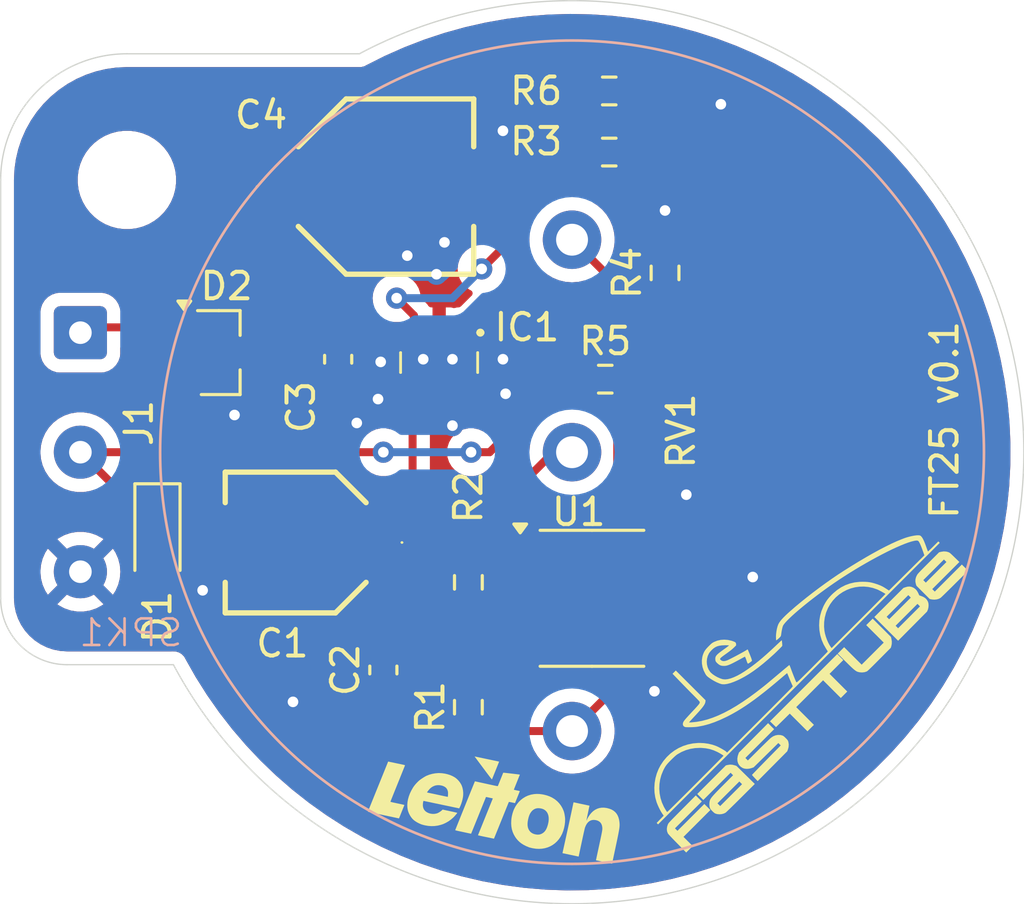
<source format=kicad_pcb>
(kicad_pcb
	(version 20240108)
	(generator "pcbnew")
	(generator_version "8.0")
	(general
		(thickness 1.6)
		(legacy_teardrops no)
	)
	(paper "A4")
	(layers
		(0 "F.Cu" signal)
		(31 "B.Cu" power)
		(32 "B.Adhes" user "B.Adhesive")
		(33 "F.Adhes" user "F.Adhesive")
		(34 "B.Paste" user)
		(35 "F.Paste" user)
		(36 "B.SilkS" user "B.Silkscreen")
		(37 "F.SilkS" user "F.Silkscreen")
		(38 "B.Mask" user)
		(39 "F.Mask" user)
		(40 "Dwgs.User" user "User.Drawings")
		(41 "Cmts.User" user "User.Comments")
		(42 "Eco1.User" user "User.Eco1")
		(43 "Eco2.User" user "User.Eco2")
		(44 "Edge.Cuts" user)
		(45 "Margin" user)
		(46 "B.CrtYd" user "B.Courtyard")
		(47 "F.CrtYd" user "F.Courtyard")
		(48 "B.Fab" user)
		(49 "F.Fab" user)
		(50 "User.1" user)
		(51 "User.2" user)
		(52 "User.3" user)
		(53 "User.4" user)
		(54 "User.5" user)
		(55 "User.6" user)
		(56 "User.7" user)
		(57 "User.8" user)
		(58 "User.9" user)
	)
	(setup
		(stackup
			(layer "F.SilkS"
				(type "Top Silk Screen")
			)
			(layer "F.Paste"
				(type "Top Solder Paste")
			)
			(layer "F.Mask"
				(type "Top Solder Mask")
				(thickness 0.01)
			)
			(layer "F.Cu"
				(type "copper")
				(thickness 0.035)
			)
			(layer "dielectric 1"
				(type "core")
				(thickness 1.51)
				(material "FR4")
				(epsilon_r 4.5)
				(loss_tangent 0.02)
			)
			(layer "B.Cu"
				(type "copper")
				(thickness 0.035)
			)
			(layer "B.Mask"
				(type "Bottom Solder Mask")
				(thickness 0.01)
			)
			(layer "B.Paste"
				(type "Bottom Solder Paste")
			)
			(layer "B.SilkS"
				(type "Bottom Silk Screen")
			)
			(copper_finish "None")
			(dielectric_constraints no)
		)
		(pad_to_mask_clearance 0)
		(allow_soldermask_bridges_in_footprints no)
		(pcbplotparams
			(layerselection 0x00010fc_ffffffff)
			(plot_on_all_layers_selection 0x0000000_00000000)
			(disableapertmacros no)
			(usegerberextensions no)
			(usegerberattributes yes)
			(usegerberadvancedattributes yes)
			(creategerberjobfile yes)
			(dashed_line_dash_ratio 12.000000)
			(dashed_line_gap_ratio 3.000000)
			(svgprecision 4)
			(plotframeref no)
			(viasonmask no)
			(mode 1)
			(useauxorigin no)
			(hpglpennumber 1)
			(hpglpenspeed 20)
			(hpglpendiameter 15.000000)
			(pdf_front_fp_property_popups yes)
			(pdf_back_fp_property_popups yes)
			(dxfpolygonmode yes)
			(dxfimperialunits yes)
			(dxfusepcbnewfont yes)
			(psnegative no)
			(psa4output no)
			(plotreference yes)
			(plotvalue yes)
			(plotfptext yes)
			(plotinvisibletext no)
			(sketchpadsonfab no)
			(subtractmaskfromsilk no)
			(outputformat 1)
			(mirror no)
			(drillshape 1)
			(scaleselection 1)
			(outputdirectory "")
		)
	)
	(net 0 "")
	(net 1 "Net-(C1-+)")
	(net 2 "GND")
	(net 3 "Net-(U1-FEED)")
	(net 4 "Net-(SPK1-M)")
	(net 5 "+24V")
	(net 6 "Net-(U1-HRNEN)")
	(net 7 "Net-(D2-A)")
	(net 8 "Net-(IC1-EN{slash}ADJ)")
	(net 9 "SIG")
	(net 10 "Net-(SPK1-G)")
	(net 11 "Net-(SPK1-F)")
	(net 12 "Net-(R3-Pad2)")
	(net 13 "unconnected-(U1-NC-Pad1)")
	(net 14 "unconnected-(U1-NC-Pad3)")
	(footprint "Connector_Wire:SolderWire-0.25sqmm_1x03_P4.5mm_D0.65mm_OD2mm" (layer "F.Cu") (at 131.5 95.5 -90))
	(footprint "soundbox:EEE0GA101SR" (layer "F.Cu") (at 139.6 103.4 180))
	(footprint "Capacitor_SMD:C_0603_1608Metric_Pad1.08x0.95mm_HandSolder" (layer "F.Cu") (at 141.2 96.5 -90))
	(footprint "LOGO" (layer "F.Cu") (at 157.785054 107.960449 45))
	(footprint "Resistor_SMD:R_0603_1608Metric_Pad0.98x0.95mm_HandSolder" (layer "F.Cu") (at 146.1 109.6 90))
	(footprint "soundbox:06TR4FA104DPR" (layer "F.Cu") (at 159 95.5))
	(footprint "Resistor_SMD:R_0603_1608Metric_Pad0.98x0.95mm_HandSolder" (layer "F.Cu") (at 153.5 93.25 90))
	(footprint "soundbox:EEE1AA101SP" (layer "F.Cu") (at 143 90))
	(footprint "soundbox:PG-SCT595-5" (layer "F.Cu") (at 145 96.5 180))
	(footprint "Resistor_SMD:R_0603_1608Metric_Pad0.98x0.95mm_HandSolder" (layer "F.Cu") (at 146.1 104.9 -90))
	(footprint "Resistor_SMD:R_0603_1608Metric_Pad0.98x0.95mm_HandSolder" (layer "F.Cu") (at 151.4 88.7))
	(footprint "MountingHole:MountingHole_3.2mm_M3_DIN965" (layer "F.Cu") (at 133.25 89.75))
	(footprint "Package_TO_SOT_SMD:SOT-23_Handsoldering" (layer "F.Cu") (at 136.75 96.25))
	(footprint "soundbox:LeitOn_small_wo_sq" (layer "F.Cu") (at 147.2 113.1 -12))
	(footprint "Package_SO:SOIC-8_3.9x4.9mm_P1.27mm" (layer "F.Cu") (at 150.75 105.5))
	(footprint "Resistor_SMD:R_0603_1608Metric_Pad0.98x0.95mm_HandSolder" (layer "F.Cu") (at 151.25 97.25))
	(footprint "Capacitor_SMD:C_0603_1608Metric_Pad1.08x0.95mm_HandSolder" (layer "F.Cu") (at 142.9 108.2 90))
	(footprint "Diode_SMD:D_SOD-323_HandSoldering" (layer "F.Cu") (at 134.4 103.2 -90))
	(footprint "Resistor_SMD:R_0603_1608Metric_Pad0.98x0.95mm_HandSolder" (layer "F.Cu") (at 151.4 86.4))
	(footprint "soundbox:CPT-3016-105T" (layer "B.Cu") (at 150 100 180))
	(gr_arc
		(start 128.5 89.75)
		(mid 129.891243 86.391243)
		(end 133.25 85)
		(stroke
			(width 0.05)
			(type default)
		)
		(layer "Edge.Cuts")
		(uuid "0c9499f7-3257-4d1a-ab45-d3dea9659961")
	)
	(gr_line
		(start 133.25 85)
		(end 142 85)
		(stroke
			(width 0.05)
			(type default)
		)
		(layer "Edge.Cuts")
		(uuid "145b8ce2-1cdf-402f-8341-2813b341aab6")
	)
	(gr_line
		(start 128.5 89.75)
		(end 128.5 105.5)
		(stroke
			(width 0.05)
			(type default)
		)
		(layer "Edge.Cuts")
		(uuid "5702bfe5-fa35-42f9-b66d-dc1faf38af9f")
	)
	(gr_line
		(start 131 108)
		(end 135 108)
		(stroke
			(width 0.05)
			(type default)
		)
		(layer "Edge.Cuts")
		(uuid "7ce022d5-3481-46fd-850f-fa99ac5c91eb")
	)
	(gr_arc
		(start 142 85)
		(mid 166.263456 104.949746)
		(end 135.000001 108.000003)
		(stroke
			(width 0.05)
			(type default)
		)
		(layer "Edge.Cuts")
		(uuid "8a2c619c-8626-4af2-8c59-1422d0ba61b9")
	)
	(gr_arc
		(start 131 108)
		(mid 129.232233 107.267767)
		(end 128.5 105.5)
		(stroke
			(width 0.05)
			(type default)
		)
		(layer "Edge.Cuts")
		(uuid "e1634623-b024-4caa-9d4d-69a765686d49")
	)
	(gr_rect
		(start 128.5 83)
		(end 167 117)
		(stroke
			(width 0.01)
			(type default)
		)
		(fill none)
		(layer "User.1")
		(uuid "39b0a146-c4d4-4256-ae48-acf0ec4d99bd")
	)
	(gr_text "FT25 v0.1"
		(at 164.6 102.6 90)
		(layer "F.SilkS")
		(uuid "0568cae2-bee3-4247-bec4-4aec8861298f")
		(effects
			(font
				(size 1 1)
				(thickness 0.15)
			)
			(justify left bottom)
		)
	)
	(segment
		(start 144 101.15)
		(end 144 97.75)
		(width 0.3)
		(layer "F.Cu")
		(net 1)
		(uuid "15c5144c-563b-4b87-9892-e237392431c7")
	)
	(segment
		(start 144.6 104.1)
		(end 144.6 101.75)
		(width 0.3)
		(layer "F.Cu")
		(net 1)
		(uuid "1a80ae13-4a15-4032-93ee-33ef1b3c5354")
	)
	(segment
		(start 143.775 101.375)
		(end 143.825 101.325)
		(width 0.3)
		(layer "F.Cu")
		(net 1)
		(uuid "344b38fb-bb30-4b39-a9aa-767baf938932")
	)
	(segment
		(start 143.775 101.375)
		(end 144 101.15)
		(width 0.3)
		(layer "F.Cu")
		(net 1)
		(uuid "3af5f041-c8a2-43ed-8af4-421975d2f8d5")
	)
	(segment
		(start 145.365 104.865)
		(end 144.6 104.1)
		(width 0.3)
		(layer "F.Cu")
		(net 1)
		(uuid "a471af70-346f-4311-86d8-28ad5a90a449")
	)
	(segment
		(start 144 97.75)
		(end 144.05 97.7)
		(width 0.3)
		(layer "F.Cu")
		(net 1)
		(uuid "b57598a9-8b18-4e03-89c1-05fa95734452")
	)
	(segment
		(start 141.75 103.4)
		(end 143.775 101.375)
		(width 0.3)
		(layer "F.Cu")
		(net 1)
		(uuid "b9a2d46c-d18c-4e8a-8f5a-70cca586e7ac")
	)
	(segment
		(start 148.275 104.865)
		(end 145.365 104.865)
		(width 0.3)
		(layer "F.Cu")
		(net 1)
		(uuid "bf47607a-6c55-41ef-8986-734ffc4b7598")
	)
	(segment
		(start 144.175 101.325)
		(end 144 101.15)
		(width 0.3)
		(layer "F.Cu")
		(net 1)
		(uuid "c218f462-46ea-4d78-9d92-fddaf342c491")
	)
	(segment
		(start 144.6 101.75)
		(end 144.175 101.325)
		(width 0.3)
		(layer "F.Cu")
		(net 1)
		(uuid "c4524e98-d66b-416e-ad12-f8b4c7086e3d")
	)
	(segment
		(start 143.825 101.325)
		(end 144.175 101.325)
		(width 0.3)
		(layer "F.Cu")
		(net 1)
		(uuid "ea7bf8c4-e6e9-4921-a552-c920a3ff676f")
	)
	(via
		(at 155.6 86.9)
		(size 0.8)
		(drill 0.4)
		(layers "F.Cu" "B.Cu")
		(free yes)
		(net 2)
		(uuid "06a1a750-8536-4cf8-9192-35bc867304a9")
	)
	(via
		(at 141.9 98.9)
		(size 0.8)
		(drill 0.4)
		(layers "F.Cu" "B.Cu")
		(free yes)
		(net 2)
		(uuid "1634c358-6587-4d9e-a4c2-90a5ab1faafd")
	)
	(via
		(at 147.5 97.8)
		(size 0.8)
		(drill 0.4)
		(layers "F.Cu" "B.Cu")
		(free yes)
		(net 2)
		(uuid "1a418d52-d221-44b1-ad1d-91e97992ecb3")
	)
	(via
		(at 142.7 98)
		(size 0.8)
		(drill 0.4)
		(layers "F.Cu" "B.Cu")
		(free yes)
		(net 2)
		(uuid "25345f8f-538d-46a3-b8d8-5a868b8a4bca")
	)
	(via
		(at 143.8 92.6)
		(size 0.8)
		(drill 0.4)
		(layers "F.Cu" "B.Cu")
		(free yes)
		(net 2)
		(uuid "384c8bfa-3338-4421-b506-b5dcc7f603cf")
	)
	(via
		(at 153.5 90.9)
		(size 0.8)
		(drill 0.4)
		(layers "F.Cu" "B.Cu")
		(free yes)
		(net 2)
		(uuid "59e64dbd-0451-436f-844e-4c0d273598ba")
	)
	(via
		(at 145.5 96.5)
		(size 0.8)
		(drill 0.4)
		(layers "F.Cu" "B.Cu")
		(free yes)
		(net 2)
		(uuid "6a66460c-c4ed-4cbb-ad75-8721cfb01e79")
	)
	(via
		(at 153.1 109)
		(size 0.8)
		(drill 0.4)
		(layers "F.Cu" "B.Cu")
		(free yes)
		(net 2)
		(uuid "7fa75b93-3a54-4ab9-823b-8664220d8fc0")
	)
	(via
		(at 136.1 105.2)
		(size 0.8)
		(drill 0.4)
		(layers "F.Cu" "B.Cu")
		(free yes)
		(net 2)
		(uuid "83ee66e4-35b7-421f-bd51-e9232ebc2f9c")
	)
	(via
		(at 147.4 87.9)
		(size 0.8)
		(drill 0.4)
		(layers "F.Cu" "B.Cu")
		(free yes)
		(net 2)
		(uuid "87ee8f62-5586-4ec4-bf64-4d8e7f4f3c00")
	)
	(via
		(at 142.8 96.6)
		(size 0.8)
		(drill 0.4)
		(layers "F.Cu" "B.Cu")
		(free yes)
		(net 2)
		(uuid "88f446c1-03c1-4aaf-8c6d-a532e3fea711")
	)
	(via
		(at 145.2 92.1)
		(size 0.8)
		(drill 0.4)
		(layers "F.Cu" "B.Cu")
		(free yes)
		(net 2)
		(uuid "96ccf5b1-b85a-42c6-89d1-03c3653c0e78")
	)
	(via
		(at 144.9 93.3)
		(size 0.8)
		(drill 0.4)
		(layers "F.Cu" "B.Cu")
		(free yes)
		(net 2)
		(uuid "b57f5c0c-c97f-4e02-83ff-2ef698d42b64")
	)
	(via
		(at 145.5 99)
		(size 0.8)
		(drill 0.4)
		(layers "F.Cu" "B.Cu")
		(free yes)
		(net 2)
		(uuid "b5ab2b73-4634-4e0e-855d-42a626e2a677")
	)
	(via
		(at 154.3 101.6)
		(size 0.8)
		(drill 0.4)
		(layers "F.Cu" "B.Cu")
		(free yes)
		(net 2)
		(uuid "b76a2fc2-0f04-4ac7-8040-3c68efea3aaa")
	)
	(via
		(at 147.4 96.5)
		(size 0.8)
		(drill 0.4)
		(layers "F.Cu" "B.Cu")
		(free yes)
		(net 2)
		(uuid "d6efebd2-3405-41b1-bc0d-84897ffc75fb")
	)
	(via
		(at 156.8 104.7)
		(size 0.8)
		(drill 0.4)
		(layers "F.Cu" "B.Cu")
		(free yes)
		(net 2)
		(uuid "db890ffb-38c3-4b56-bb01-106cd42901c5")
	)
	(via
		(at 144.4 96.5)
		(size 0.8)
		(drill 0.4)
		(layers "F.Cu" "B.Cu")
		(free yes)
		(net 2)
		(uuid "dcf1182a-9346-40f1-9a54-d1175b80aebf")
	)
	(via
		(at 139.5 109.4)
		(size 0.8)
		(drill 0.4)
		(layers "F.Cu" "B.Cu")
		(free yes)
		(net 2)
		(uuid "dee0939a-5e0d-4315-a470-5bde3c7fcd15")
	)
	(via
		(at 137.3 98.6)
		(size 0.8)
		(drill 0.4)
		(layers "F.Cu" "B.Cu")
		(free yes)
		(net 2)
		(uuid "ecf13844-64d3-4d09-826f-01f2a3714814")
	)
	(segment
		(start 148.275 107.405)
		(end 146.105 107.405)
		(width 0.3)
		(layer "F.Cu")
		(net 3)
		(uuid "4d85323a-08d1-468c-bfd3-e496a2731d71")
	)
	(segment
		(start 146.1 107.4)
		(end 146.1 105.8125)
		(width 0.3)
		(layer "F.Cu")
		(net 3)
		(uuid "5c0b8596-5503-4d34-b55d-432a6a55b318")
	)
	(segment
		(start 146.105 107.405)
		(end 146.1 107.4)
		(width 0.3)
		(layer "F.Cu")
		(net 3)
		(uuid "5dd55fdd-6d11-4b51-a953-3fa965ab3532")
	)
	(segment
		(start 142.9 107.3375)
		(end 144.25 108.6875)
		(width 0.3)
		(layer "F.Cu")
		(net 3)
		(uuid "809582d5-cb13-4f9f-8fae-3838a63656e2")
	)
	(segment
		(start 144.25 108.6875)
		(end 146.1 108.6875)
		(width 0.3)
		(layer "F.Cu")
		(net 3)
		(uuid "c431d874-8573-4efa-9021-024d20a72e9e")
	)
	(segment
		(start 146.1 108.6875)
		(end 146.1 107.4)
		(width 0.3)
		(layer "F.Cu")
		(net 3)
		(uuid "f412a4c1-f106-41a2-a9c6-a0084babeb82")
	)
	(segment
		(start 148.2 109.6)
		(end 150.3 107.5)
		(width 0.3)
		(layer "F.Cu")
		(net 4)
		(uuid "09090e3d-2f29-4507-9429-c54334b8180b")
	)
	(segment
		(start 151.25 98.55)
		(end 151.7 99)
		(width 0.3)
		(layer "F.Cu")
		(net 4)
		(uuid "30c7c0a9-de98-46ee-ad56-98519c7cfb85")
	)
	(segment
		(start 150.3 107.5)
		(end 150.3 106.3)
		(width 0.3)
		(layer "F.Cu")
		(net 4)
		(uuid "34d22c14-3b91-47dd-9037-04ff02b781cf")
	)
	(segment
		(start 152 104.865)
		(end 151.735 104.865)
		(width 0.3)
		(layer "F.Cu")
		(net 4)
		(uuid "36da2dfc-84c8-4d31-a70b-2f8f40fe67e3")
	)
	(segment
		(start 151.7 104.6)
		(end 151.7 104.83)
		(width 0.3)
		(layer "F.Cu")
		(net 4)
		(uuid "3ae480d1-8672-4f2c-a851-94f59965e078")
	)
	(segment
		(start 151.7 99)
		(end 151.7 104.6)
		(width 0.3)
		(layer "F.Cu")
		(net 4)
		(uuid "45402f4d-99c3-4ba9-bd66-4a1ea8da26b0")
	)
	(segment
		(start 151.735 104.6)
		(end 152 104.865)
		(width 0.3)
		(layer "F.Cu")
		(net 4)
		(uuid "5da0f8fb-e2f9-41b0-9801-f13702b13393")
	)
	(segment
		(start 151.7 104.83)
		(end 151.735 104.865)
		(width 0.3)
		(layer "F.Cu")
		(net 4)
		(uuid "78b78ccc-63d2-4be6-8684-dc2b419e2d99")
	)
	(segment
		(start 151.25 93.25)
		(end 151.25 98.55)
		(width 0.3)
		(layer "F.Cu")
		(net 4)
		(uuid "7bc63da9-9e54-4147-a93d-721567276b1d")
	)
	(segment
		(start 143.4375 109.6)
		(end 148.2 109.6)
		(width 0.3)
		(layer "F.Cu")
		(net 4)
		(uuid "c2b5b2b3-27c6-43a2-b502-9ae649b08a1d")
	)
	(segment
		(start 151.735 104.865)
		(end 150.3 106.3)
		(width 0.3)
		(layer "F.Cu")
		(net 4)
		(uuid "cf7f2034-b1e3-46d7-85ba-64c853f641b5")
	)
	(segment
		(start 150 92)
		(end 151.25 93.25)
		(width 0.3)
		(layer "F.Cu")
		(net 4)
		(uuid "d0f86c55-1497-473f-92ab-0926b530691e")
	)
	(segment
		(start 153.06 104.7)
		(end 153.225 104.865)
		(width 0.3)
		(layer "F.Cu")
		(net 4)
		(uuid "de487b46-dff6-4637-b730-51caf9eeca2e")
	)
	(segment
		(start 151.7 104.6)
		(end 151.735 104.6)
		(width 0.3)
		(layer "F.Cu")
		(net 4)
		(uuid "e604e90e-3383-4c49-a31e-adad540853ba")
	)
	(segment
		(start 142.9 109.0625)
		(end 143.4375 109.6)
		(width 0.3)
		(layer "F.Cu")
		(net 4)
		(uuid "e7b372ad-6d44-40f3-b292-ca0030a4c4bb")
	)
	(segment
		(start 153.225 104.865)
		(end 152 104.865)
		(width 0.3)
		(layer "F.Cu")
		(net 4)
		(uuid "fb5f5bb4-df8e-49f9-aeab-c72ab1a7e5d2")
	)
	(segment
		(start 141.2 95.6375)
		(end 141.2 90.7)
		(width 0.3)
		(layer "F.Cu")
		(net 5)
		(uuid "054909e3-392b-4d3d-88ec-2922324e7a7e")
	)
	(segment
		(start 147.7 92)
		(end 147.7 91)
		(width 0.3)
		(layer "F.Cu")
		(net 5)
		(uuid "1714de18-f19e-4a1d-9fcb-abbc4390ca85")
	)
	(segment
		(start 143.4 94.2)
		(end 144.05 94.85)
		(width 0.3)
		(layer "F.Cu")
		(net 5)
		(uuid "1dab445f-7c67-472b-bea0-a057a8fe6814")
	)
	(segment
		(start 141.5875 95.25)
		(end 144 95.25)
		(width 0.3)
		(layer "F.Cu")
		(net 5)
		(uuid "3cdd5ae0-fe74-40b7-91eb-253b46d6524f")
	)
	(segment
		(start 138.25 96.25)
		(end 139.5 96.25)
		(width 0.3)
		(layer "F.Cu")
		(net 5)
		(uuid "4441b124-5698-47f2-8d50-494066e51d56")
	)
	(segment
		(start 140.1125 95.6375)
		(end 141.2 95.6375)
		(width 0.3)
		(layer "F.Cu")
		(net 5)
		(uuid "8b82cbf6-a61f-4b56-bb7e-98c50b4ea897")
	)
	(segment
		(start 150 88.7)
		(end 150.4875 88.7)
		(width 0.3)
		(layer "F.Cu")
		(net 5)
		(uuid "91449544-3d85-43bf-892d-142f30243a74")
	)
	(segment
		(start 146.6 93.1)
		(end 147.7 92)
		(width 0.3)
		(layer "F.Cu")
		(net 5)
		(uuid "a21a02bd-2759-401c-b257-6fddf78b91b4")
	)
	(segment
		(start 141.2 90.7)
		(end 140.5 90)
		(width 0.3)
		(layer "F.Cu")
		(net 5)
		(uuid "ab3fc132-876d-40fd-8a37-516f998d4401")
	)
	(segment
		(start 144.05 94.85)
		(end 144.05 95.3)
		(width 0.3)
		(layer "F.Cu")
		(net 5)
		(uuid "adf1574a-72d4-442f-b8a1-48199444bd90")
	)
	(segment
		(start 147.7 91)
		(end 150 88.7)
		(width 0.3)
		(layer "F.Cu")
		(net 5)
		(uuid "b0d0a533-03d1-4d10-9c9d-275a057f1864")
	)
	(segment
		(start 139.5 96.25)
		(end 140.1125 95.6375)
		(width 0.3)
		(layer "F.Cu")
		(net 5)
		(uuid "b40aa696-d52a-4b37-a289-b30fb8eedf24")
	)
	(segment
		(start 141.2 95.6375)
		(end 141.5875 95.25)
		(width 0.3)
		(layer "F.Cu")
		(net 5)
		(uuid "c70a6765-40cc-46c1-a2d9-b3050acd3216")
	)
	(segment
		(start 150.4875 86.4)
		(end 150.4875 88.7)
		(width 0.3)
		(layer "F.Cu")
		(net 5)
		(uuid "e74d25ae-28d4-40ff-aaa6-db74846f4d2c")
	)
	(via
		(at 146.6 93.1)
		(size 0.8)
		(drill 0.4)
		(layers "F.Cu" "B.Cu")
		(net 5)
		(uuid "1f66e272-7d73-47e7-85fd-2cea844f1376")
	)
	(via
		(at 143.4 94.2)
		(size 0.8)
		(drill 0.4)
		(layers "F.Cu" "B.Cu")
		(net 5)
		(uuid "8331b1ec-10d8-49af-bc63-06d3c2054628")
	)
	(segment
		(start 143.4 94.2)
		(end 145.5 94.2)
		(width 0.3)
		(layer "B.Cu")
		(net 5)
		(uuid "86e56fd6-02b5-4dbf-9477-8f508caac46e")
	)
	(segment
		(start 145.5 94.2)
		(end 146.6 93.1)
		(width 0.3)
		(layer "B.Cu")
		(net 5)
		(uuid "d03544bb-5e1e-42e4-89c6-39b622a494c2")
	)
	(segment
		(start 152.5 97.5875)
		(end 152.5 101.75)
		(width 0.3)
		(layer "F.Cu")
		(net 6)
		(uuid "074a2975-fd68-4c40-8155-f0e5b9abf23d")
	)
	(segment
		(start 152.1625 97.25)
		(end 152.5 97.5875)
		(width 0.3)
		(layer "F.Cu")
		(net 6)
		(uuid "21ff4d6b-8fcc-4b1c-820c-c5cadcb9bf55")
	)
	(segment
		(start 152.5 101.75)
		(end 153.25 102.5)
		(width 0.3)
		(layer "F.Cu")
		(net 6)
		(uuid "2fba2c5a-2a97-4175-bfeb-038d973dde82")
	)
	(segment
		(start 153.25 103.57)
		(end 153.225 103.595)
		(width 0.3)
		(layer "F.Cu")
		(net 6)
		(uuid "418fabef-99d7-47c9-abc2-f7723d16f244")
	)
	(segment
		(start 152.1625 97.25)
		(end 152.25 97.25)
		(width 0.3)
		(layer "F.Cu")
		(net 6)
		(uuid "52311879-8ed6-466b-bba9-44d036750aed")
	)
	(segment
		(start 153.25 102.5)
		(end 153.25 103.57)
		(width 0.3)
		(layer "F.Cu")
		(net 6)
		(uuid "cdcf619f-a978-4667-ae1c-20f141c6c1ed")
	)
	(segment
		(start 153.5 96)
		(end 153.5 94.1625)
		(width 0.3)
		(layer "F.Cu")
		(net 6)
		(uuid "ef8cfd81-6cb9-4d71-b3bf-0610e509a439")
	)
	(segment
		(start 152.25 97.25)
		(end 153.5 96)
		(width 0.3)
		(layer "F.Cu")
		(net 6)
		(uuid "fa2f396c-09cf-4795-881a-85a4b4ae0039")
	)
	(segment
		(start 135.25 95.3)
		(end 131.7 95.3)
		(width 0.3)
		(layer "F.Cu")
		(net 7)
		(uuid "a91db6b1-c4d0-4082-8243-54f9f4debef9")
	)
	(segment
		(start 131.7 95.3)
		(end 131.5 95.5)
		(width 0.3)
		(layer "F.Cu")
		(net 7)
		(uuid "b4303bdb-fbe9-4f59-8912-f6fe0909e13f")
	)
	(segment
		(start 159 91.225)
		(end 157.525 89.75)
		(width 0.3)
		(layer "F.Cu")
		(net 8)
		(uuid "10e80ff1-24c9-4e99-a6ae-40c6b4da76d7")
	)
	(segment
		(start 149.75 89.75)
		(end 148.25 91.25)
		(width 0.3)
		(layer "F.Cu")
		(net 8)
		(uuid "7c187c0d-5463-49e4-b302-7e6b907a001c")
	)
	(segment
		(start 148.25 93)
		(end 145.95 95.3)
		(width 0.3)
		(layer "F.Cu")
		(net 8)
		(uuid "8bb138d7-1901-4f2f-9ff7-18ec756edcd7")
	)
	(segment
		(start 157.525 89.75)
		(end 149.75 89.75)
		(width 0.3)
		(layer "F.Cu")
		(net 8)
		(uuid "8caf3322-20bd-4792-87d4-2ac4b6e61f44")
	)
	(segment
		(start 148.25 91.25)
		(end 148.25 93)
		(width 0.3)
		(layer "F.Cu")
		(net 8)
		(uuid "fd5ccc6b-1f50-4929-b1e8-f7fa3b79e0ff")
	)
	(segment
		(start 134.4 101.95)
		(end 133.45 101.95)
		(width 0.3)
		(layer "F.Cu")
		(net 9)
		(uuid "0fe563d9-a79f-498c-bb52-76c56e7dcda7")
	)
	(segment
		(start 133.45 101.95)
		(end 131.5 100)
		(width 0.3)
		(layer "F.Cu")
		(net 9)
		(uuid "17b2d4b1-992b-4b43-9684-383b57817b18")
	)
	(segment
		(start 149.65 97.25)
		(end 150.3375 97.25)
		(width 0.3)
		(layer "F.Cu")
		(net 9)
		(uuid "49712491-cc98-417d-9fd7-6bea8419dd0f")
	)
	(segment
		(start 146.2 100)
		(end 146.9 100)
		(width 0.3)
		(layer "F.Cu")
		(net 9)
		(uuid "527f361a-886e-4d3e-b2f8-d2e7b77728ba")
	)
	(segment
		(start 134.4 100)
		(end 142.9 100)
		(width 0.3)
		(layer "F.Cu")
		(net 9)
		(uuid "5a32045e-2743-4220-b6c9-8e815d55651b")
	)
	(segment
		(start 131.5 100)
		(end 134.4 100)
		(width 0.3)
		(layer "F.Cu")
		(net 9)
		(uuid "72cbdf54-c0e4-4740-a118-61cf36656b59")
	)
	(segment
		(start 134.4 101.95)
		(end 134.4 100)
		(width 0.3)
		(layer "F.Cu")
		(net 9)
		(uuid "e650d11d-7494-414b-b1e1-ba5442f115dd")
	)
	(segment
		(start 146.9 100)
		(end 149.65 97.25)
		(width 0.3)
		(layer "F.Cu")
		(net 9)
		(uuid "eab867c7-f470-4870-8085-66ac175dac89")
	)
	(via
		(at 146.2 100)
		(size 0.8)
		(drill 0.4)
		(layers "F.Cu" "B.Cu")
		(net 9)
		(uuid "3e77b714-44f3-4163-8c08-87f52830b850")
	)
	(via
		(at 142.9 100)
		(size 0.8)
		(drill 0.4)
		(layers "F.Cu" "B.Cu")
		(net 9)
		(uuid "5281ce56-3ddb-4cc6-af00-7d45d7765312")
	)
	(segment
		(start 142.9 100)
		(end 146.2 100)
		(width 0.3)
		(layer "B.Cu")
		(net 9)
		(uuid "d33ff8ee-ccd0-49b6-9491-0fc43cad637c")
	)
	(segment
		(start 146.1 110.5125)
		(end 146.1125 110.5)
		(width 0.3)
		(layer "F.Cu")
		(net 10)
		(uuid "0985b6fd-d180-4fc5-bce9-3d6204322516")
	)
	(segment
		(start 150 110.5)
		(end 151.3 109.2)
		(width 0.3)
		(layer "F.Cu")
		(net 10)
		(uuid "29833cd4-ae84-47c3-a086-4dfcd0ca3a64")
	)
	(segment
		(start 146.1125 110.5)
		(end 150 110.5)
		(width 0.3)
		(layer "F.Cu")
		(net 10)
		(uuid "924cc875-b40f-4c52-9192-86ac241c9175")
	)
	(segment
		(start 151.965 106.135)
		(end 153.225 106.135)
		(width 0.3)
		(layer "F.Cu")
		(net 10)
		(uuid "d32f4e74-f404-477c-91c6-11336f273e81")
	)
	(segment
		(start 151.3 109.2)
		(end 151.3 106.8)
		(width 0.3)
		(layer "F.Cu")
		(net 10)
		(uuid "e4c7c31e-d0bc-4d47-b7ae-acbdc347fd7a")
	)
	(segment
		(start 151.3 106.8)
		(end 151.965 106.135)
		(width 0.3)
		(layer "F.Cu")
		(net 10)
		(uuid "e78a7e10-98f9-4831-bed7-9f8aafb304a1")
	)
	(segment
		(start 146.1 103.2)
		(end 149.3 100)
		(width 0.3)
		(layer "F.Cu")
		(net 11)
		(uuid "3d79fbfe-060e-4a2f-b6c7-315adffdce03")
	)
	(segment
		(start 149.3 100)
		(end 150 100)
		(width 0.3)
		(layer "F.Cu")
		(net 11)
		(uuid "980e4570-315c-43cf-bb18-51c17d13a9fc")
	)
	(segment
		(start 146.1 103.9875)
		(end 146.1 103.2)
		(width 0.3)
		(layer "F.Cu")
		(net 11)
		(uuid "c6c913eb-38cc-4add-a1e5-ec5c4b90d394")
	)
	(segment
		(start 161.15 100.425)
		(end 161.15 89.95)
		(width 0.3)
		(layer "F.Cu")
		(net 12)
		(uuid "26979417-b786-4be8-984f-7d0738cdff24")
	)
	(segment
		(start 161.15 89.95)
		(end 159.9 88.7)
		(width 0.3)
		(layer "F.Cu")
		(net 12)
		(uuid "7718b055-c971-4cec-ab44-672e9f6976fc")
	)
	(segment
		(start 159.9 88.7)
		(end 152.3125 88.7)
		(width 0.3)
		(layer "F.Cu")
		(net 12)
		(uuid "8f63e3d9-dbb7-40be-853d-4d064e73fe36")
	)
	(segment
		(start 152.3125 86.4)
		(end 152.3125 88.7)
		(width 0.3)
		(layer "F.Cu")
		(net 12)
		(uuid "d1f80375-c994-4ac9-a326-cf0882761c94")
	)
	(zone
		(net 2)
		(net_name "GND")
		(layer "F.Cu")
		(uuid "3fbb25a7-40e0-4e93-a8cf-da28d9fa13f5")
		(hatch edge 0.5)
		(connect_pads
			(clearance 0.5)
		)
		(min_thickness 0.25)
		(filled_areas_thickness no)
		(fill yes
			(thermal_gap 0.5)
			(thermal_bridge_width 0.5)
		)
		(polygon
			(pts
				(arc
					(start 133.25 85)
					(mid 129.891243 86.391243)
					(end 128.5 89.75)
				)
				(arc
					(start 128.5 105.5)
					(mid 129.232233 107.267767)
					(end 131 108)
				)
				(xy 135 108)
				(arc
					(start 135.000001 108.000003)
					(mid 166.263456 104.949746)
					(end 142 85)
				)
			)
		)
		(filled_polygon
			(layer "F.Cu")
			(pts
				(xy 150.729967 83.516727) (xy 150.735946 83.516994) (xy 151.529551 83.571622) (xy 151.535512 83.572178)
				(xy 152.325547 83.665284) (xy 152.331488 83.666131) (xy 153.116064 83.797492) (xy 153.121948 83.798625)
				(xy 153.899202 83.967928) (xy 153.905055 83.969353) (xy 154.67315 84.176196) (xy 154.678926 84.177903)
				(xy 154.926303 84.25759) (xy 155.436071 84.421803) (xy 155.441739 84.423781) (xy 155.642771 84.4995)
				(xy 156.18618 84.704175) (xy 156.191764 84.706435) (xy 156.420514 84.805529) (xy 156.92169 85.022639)
				(xy 156.927133 85.025156) (xy 157.640856 85.376443) (xy 157.646152 85.379211) (xy 158.007932 85.579661)
				(xy 158.341966 85.764738) (xy 158.347163 85.767784) (xy 158.47746 85.848486) (xy 158.948506 86.140239)
				(xy 159.023447 86.186655) (xy 159.028489 86.189951) (xy 159.683594 86.641142) (xy 159.68847 86.644678)
				(xy 160.320892 87.12715) (xy 160.325591 87.130918) (xy 160.933869 87.64356) (xy 160.938379 87.647553)
				(xy 161.397717 88.074499) (xy 161.52102 88.189106) (xy 161.525322 88.193304) (xy 162.080992 88.76253)
				(xy 162.085075 88.76692) (xy 162.42776 89.1539) (xy 162.612445 89.362457) (xy 162.616328 89.367062)
				(xy 163.114154 89.987504) (xy 163.117808 89.992292) (xy 163.584903 90.63616) (xy 163.588321 90.64112)
				(xy 164.02362 91.306946) (xy 164.026792 91.312067) (xy 164.429209 91.998189) (xy 164.43213 92.003457)
				(xy 164.800779 92.708359) (xy 164.80344 92.713763) (xy 165.137416 93.435723) (xy 165.139811 93.441249)
				(xy 165.438334 94.178578) (xy 165.440458 94.184215) (xy 165.702817 94.935159) (xy 165.704665 94.940892)
				(xy 165.930247 95.703687) (xy 165.931815 95.709503) (xy 166.120094 96.482377) (xy 166.121377 96.488262)
				(xy 166.271897 97.26935) (xy 166.272893 97.275291) (xy 166.385306 98.062778) (xy 166.386012 98.06876)
				(xy 166.460049 98.860763) (xy 166.460464 98.866772) (xy 166.495954 99.661458) (xy 166.496076 99.66748)
				(xy 166.492931 100.462926) (xy 166.492761 100.468947) (xy 166.450992 101.263308) (xy 166.45053 101.269314)
				(xy 166.370231 102.060734) (xy 166.369477 102.06671) (xy 166.250847 102.853248) (xy 166.249804 102.859181)
				(xy 166.093108 103.639082) (xy 166.091779 103.644957) (xy 165.897403 104.416295) (xy 165.89579 104.422098)
				(xy 165.664175 105.183117) (xy 165.662281 105.188835) (xy 165.394001 105.937657) (xy 165.391833 105.943277)
				(xy 165.087485 106.678239) (xy 165.085046 106.683746) (xy 164.745375 107.40304) (xy 164.742671 107.408423)
				(xy 164.368469 108.110374) (xy 164.365507 108.115619) (xy 163.957661 108.798566) (xy 163.954448 108.803661)
				(xy 163.513912 109.466005) (xy 163.510455 109.470938) (xy 163.03828 110.1111) (xy 163.034588 110.115859)
				(xy 162.531877 110.732341) (xy 162.527958 110.736916) (xy 161.995916 111.328243) (xy 161.99178 111.332621)
				(xy 161.431636 111.897426) (xy 161.427292 111.901599) (xy 160.840365 112.438551) (xy 160.835823 112.442507)
				(xy 160.223555 112.950289) (xy 160.218827 112.954021) (xy 159.582572 113.431508) (xy 159.577667 113.435005)
				(xy 158.919031 113.880992) (xy 158.913963 113.884248) (xy 158.2344 114.297752) (xy 158.22918 114.300757)
				(xy 157.530353 114.680764) (xy 157.524993 114.683512) (xy 156.808549 115.02913) (xy 156.803061 115.031615)
				(xy 156.07065 115.342042) (xy 156.065049 115.344257) (xy 155.318444 115.618746) (xy 155.312742 115.620686)
				(xy 154.553708 115.858588) (xy 154.547918 115.86025) (xy 153.778191 116.06102) (xy 153.772328 116.062398)
				(xy 152.993786 116.225546) (xy 152.987862 116.226638) (xy 152.202301 116.351787) (xy 152.196331 116.35259)
				(xy 151.405621 116.439444) (xy 151.399619 116.439956) (xy 150.605628 116.488307) (xy 150.599609 116.488527)
				(xy 149.804195 116.498265) (xy 149.798172 116.498192) (xy 149.003244 116.469291) (xy 148.997231 116.468926)
				(xy 148.204642 116.401456) (xy 148.198655 116.4008) (xy 147.410252 116.294916) (xy 147.404303 116.293969)
				(xy 146.622001 116.149929) (xy 146.616117 116.148697) (xy 146.189642 116.048542) (xy 145.84171 115.966832)
				(xy 145.835882 115.965313) (xy 145.071224 115.746055) (xy 145.065476 115.744254) (xy 144.312383 115.488127)
				(xy 144.306729 115.48605) (xy 143.56695 115.193649) (xy 143.561403 115.191299) (xy 142.836702 114.863319)
				(xy 142.831277 114.860703) (xy 142.123376 114.497927) (xy 142.118083 114.495051) (xy 141.775208 114.297752)
				(xy 141.428576 114.098291) (xy 141.423452 114.095174) (xy 140.754067 113.665424) (xy 140.749086 113.662053)
				(xy 140.101371 113.200311) (xy 140.096552 113.196697) (xy 139.47199 112.704019) (xy 139.467353 112.700174)
				(xy 138.867485 112.177775) (xy 138.86304 112.17371) (xy 138.289225 111.622774) (xy 138.285004 111.618519)
				(xy 137.738622 111.040367) (xy 137.734602 111.035901) (xy 137.7005 110.996111) (xy 137.216945 110.431903)
				(xy 137.213163 110.427268) (xy 136.725416 109.798803) (xy 136.721866 109.793992) (xy 136.265236 109.142613)
				(xy 136.261907 109.13761) (xy 135.837445 108.464819) (xy 135.834383 108.459694) (xy 135.49257 107.85466)
				(xy 135.472447 107.81904) (xy 135.467008 107.807879) (xy 135.438688 107.758829) (xy 135.436662 107.75518)
				(xy 135.410612 107.706335) (xy 135.405882 107.699721) (xy 135.406296 107.699424) (xy 135.40585 107.698822)
				(xy 135.405447 107.699132) (xy 135.4005 107.692685) (xy 135.361331 107.653517) (xy 135.358432 107.650519)
				(xy 135.339444 107.63021) (xy 135.320612 107.610066) (xy 135.320606 107.610062) (xy 135.314329 107.6049)
				(xy 135.314651 107.604507) (xy 135.314068 107.604044) (xy 135.31376 107.604447) (xy 135.307318 107.599504)
				(xy 135.307314 107.5995) (xy 135.287321 107.587957) (xy 135.259272 107.571762) (xy 135.255748 107.569648)
				(xy 135.208765 107.540373) (xy 135.208761 107.540372) (xy 135.201367 107.537013) (xy 135.201577 107.53655)
				(xy 135.200884 107.536249) (xy 135.200691 107.536717) (xy 135.193181 107.533606) (xy 135.139606 107.519251)
				(xy 135.135607 107.518107) (xy 135.112998 107.511226) (xy 135.082691 107.502002) (xy 135.074678 107.500672)
				(xy 135.07476 107.500175) (xy 135.074013 107.500063) (xy 135.073948 107.50056) (xy 135.065893 107.4995)
				(xy 135.065892 107.4995) (xy 135.010425 107.4995) (xy 135.006256 107.49943) (xy 134.95098 107.49757)
				(xy 134.950979 107.49757) (xy 134.950975 107.49757) (xy 134.942888 107.498359) (xy 134.942838 107.497852)
				(xy 134.92846 107.4995) (xy 131.004067 107.4995) (xy 130.995957 107.499235) (xy 130.747116 107.482925)
				(xy 130.731035 107.480807) (xy 130.490464 107.432954) (xy 130.474797 107.428756) (xy 130.24252 107.349909)
				(xy 130.227534 107.343702) (xy 130.007539 107.235212) (xy 129.993492 107.227102) (xy 129.789539 107.090825)
				(xy 129.776671 107.080951) (xy 129.59225 106.919218) (xy 129.580781 106.907749) (xy 129.446385 106.7545)
				(xy 129.419045 106.723325) (xy 129.409174 106.71046) (xy 129.393408 106.686865) (xy 129.272897 106.506507)
				(xy 129.264787 106.49246) (xy 129.21306 106.387569) (xy 129.156294 106.272458) (xy 129.15009 106.257479)
				(xy 129.071243 106.025202) (xy 129.067045 106.009535) (xy 129.053315 105.94051) (xy 129.01919 105.768953)
				(xy 129.017075 105.752895) (xy 129.000765 105.504043) (xy 129.0005 105.495933) (xy 129.0005 104.499994)
				(xy 129.994859 104.499994) (xy 129.994859 104.500005) (xy 130.015385 104.747729) (xy 130.015387 104.747738)
				(xy 130.076412 104.988717) (xy 130.176266 105.216364) (xy 130.276564 105.369882) (xy 131.078274 104.568172)
				(xy 131.103963 104.664044) (xy 131.159916 104.760956) (xy 131.239044 104.840084) (xy 131.335956 104.896037)
				(xy 131.431827 104.921725) (xy 130.629942 105.723609) (xy 130.676768 105.760055) (xy 130.67677 105.760056)
				(xy 130.895385 105.878364) (xy 130.895396 105.878369) (xy 131.130506 105.959083) (xy 131.375707 106)
				(xy 131.624293 106) (xy 131.869493 105.959083) (xy 132.104603 105.878369) (xy 132.104614 105.878364)
				(xy 132.323228 105.760057) (xy 132.323231 105.760055) (xy 132.370056 105.723609) (xy 131.568172 104.921725)
				(xy 131.664044 104.896037) (xy 131.760956 104.840084) (xy 131.840084 104.760956) (xy 131.896037 104.664044)
				(xy 131.921725 104.568173) (xy 132.723434 105.369882) (xy 132.823731 105.216369) (xy 132.923587 104.988717)
				(xy 132.984043 104.749986) (xy 133.400001 104.749986) (xy 133.410494 104.852697) (xy 133.465641 105.019119)
				(xy 133.465643 105.019124) (xy 133.557684 105.168345) (xy 133.681654 105.292315) (xy 133.830875 105.384356)
				(xy 133.83088 105.384358) (xy 133.997302 105.439505) (xy 133.997309 105.439506) (xy 134.100019 105.449999)
				(xy 134.65 105.449999) (xy 134.699972 105.449999) (xy 134.699986 105.449998) (xy 134.802697 105.439505)
				(xy 134.969119 105.384358) (xy 134.969124 105.384356) (xy 135.118345 105.292315) (xy 135.242315 105.168345)
				(xy 135.334356 105.019124) (xy 135.334358 105.019119) (xy 135.389505 104.852697) (xy 135.389506 104.85269)
				(xy 135.399999 104.749986) (xy 135.4 104.749973) (xy 135.4 104.7) (xy 134.65 104.7) (xy 134.65 105.449999)
				(xy 134.100019 105.449999) (xy 134.149999 105.449998) (xy 134.15 105.449998) (xy 134.15 104.7) (xy 133.400001 104.7)
				(xy 133.400001 104.749986) (xy 132.984043 104.749986) (xy 132.984612 104.747738) (xy 132.984614 104.747729)
				(xy 133.005141 104.500005) (xy 133.005141 104.499994) (xy 132.984614 104.25227) (xy 132.984612 104.252261)
				(xy 132.958719 104.150013) (xy 133.4 104.150013) (xy 133.4 104.2) (xy 134.15 104.2) (xy 134.65 104.2)
				(xy 135.433475 104.2) (xy 135.500514 104.219685) (xy 135.546269 104.272489) (xy 135.553822 104.30002)
				(xy 135.55462 104.299832) (xy 135.556403 104.307379) (xy 135.606645 104.442086) (xy 135.606649 104.442093)
				(xy 135.692809 104.557187) (xy 135.692812 104.55719) (xy 135.807906 104.64335) (xy 135.807913 104.643354)
				(xy 135.94262 104.693596) (xy 135.942627 104.693598) (xy 136.002155 104.699999) (xy 136.002172 104.7)
				(xy 137.2 104.7) (xy 137.7 104.7) (xy 138.897828 104.7) (xy 138.897844 104.699999) (xy 138.957372 104.693598)
				(xy 138.957379 104.693596) (xy 139.092086 104.643354) (xy 139.092093 104.64335) (xy 139.207187 104.55719)
				(xy 139.20719 104.557187) (xy 139.29335 104.442093) (xy 139.293354 104.442086) (xy 139.343596 104.307379)
				(xy 139.343598 104.307372) (xy 139.349999 104.247844) (xy 139.35 104.247827) (xy 139.35 103.65)
				(xy 137.7 103.65) (xy 137.7 104.7) (xy 137.2 104.7) (xy 137.2 103.65) (xy 135.55 103.65) (xy 135.55 103.793251)
				(xy 135.530315 103.86029) (xy 135.477511 103.906045) (xy 135.408353 103.915989) (xy 135.344797 103.886964)
				(xy 135.320461 103.858348) (xy 135.242315 103.731654) (xy 135.118345 103.607684) (xy 134.969124 103.515643)
				(xy 134.969119 103.515641) (xy 134.802697 103.460494) (xy 134.80269 103.460493) (xy 134.699986 103.45)
				(xy 134.65 103.45) (xy 134.65 104.2) (xy 134.15 104.2) (xy 134.15 103.45) (xy 134.149999 103.449999)
				(xy 134.100029 103.45) (xy 134.100011 103.450001) (xy 133.997302 103.460494) (xy 133.83088 103.515641)
				(xy 133.830875 103.515643) (xy 133.681654 103.607684) (xy 133.557684 103.731654) (xy 133.465643 103.880875)
				(xy 133.465641 103.88088) (xy 133.410494 104.047302) (xy 133.410493 104.047309) (xy 133.4 104.150013)
				(xy 132.958719 104.150013) (xy 132.923587 104.011282) (xy 132.823731 103.78363) (xy 132.723434 103.630116)
				(xy 131.921725 104.431826) (xy 131.896037 104.335956) (xy 131.840084 104.239044) (xy 131.760956 104.159916)
				(xy 131.664044 104.103963) (xy 131.568173 104.078274) (xy 132.370057 103.27639) (xy 132.370056 103.276389)
				(xy 132.323229 103.239943) (xy 132.104614 103.121635) (xy 132.104603 103.12163) (xy 131.869493 103.040916)
				(xy 131.624293 103) (xy 131.375707 103) (xy 131.130506 103.040916) (xy 130.895396 103.12163) (xy 130.89539 103.121632)
				(xy 130.676761 103.239949) (xy 130.629942 103.276388) (xy 130.629942 103.27639) (xy 131.431827 104.078274)
				(xy 131.335956 104.103963) (xy 131.239044 104.159916) (xy 131.159916 104.239044) (xy 131.103963 104.335956)
				(xy 131.078274 104.431826) (xy 130.276564 103.630116) (xy 130.176267 103.783632) (xy 130.076412 104.011282)
				(xy 130.015387 104.252261) (xy 130.015385 104.25227) (xy 129.994859 104.499994) (xy 129.0005 104.499994)
				(xy 129.0005 99.999994) (xy 129.994357 99.999994) (xy 129.994357 100.000005) (xy 130.01489 100.247812)
				(xy 130.014892 100.247824) (xy 130.075936 100.488881) (xy 130.175826 100.716606) (xy 130.311833 100.924782)
				(xy 130.311836 100.924785) (xy 130.480256 101.107738) (xy 130.676491 101.260474) (xy 130.89519 101.378828)
				(xy 131.130386 101.459571) (xy 131.375665 101.5005) (xy 131.624335 101.5005) (xy 131.869614 101.459571)
				(xy 131.922966 101.441254) (xy 131.992762 101.438104) (xy 132.050909 101.470855) (xy 133.035324 102.455271)
				(xy 133.035327 102.455274) (xy 133.103013 102.5005) (xy 133.131201 102.519334) (xy 133.141873 102.526465)
				(xy 133.260256 102.575501) (xy 133.26026 102.575501) (xy 133.260261 102.575502) (xy 133.385928 102.6005)
				(xy 133.385931 102.6005) (xy 133.446042 102.6005) (xy 133.513081 102.620185) (xy 133.55158 102.659402)
				(xy 133.557288 102.668656) (xy 133.681344 102.792712) (xy 133.830666 102.884814) (xy 133.997203 102.939999)
				(xy 134.099991 102.9505) (xy 134.700008 102.950499) (xy 134.700016 102.950498) (xy 134.700019 102.950498)
				(xy 134.756302 102.944748) (xy 134.802797 102.939999) (xy 134.969334 102.884814) (xy 135.118656 102.792712)
				(xy 135.242712 102.668656) (xy 135.320461 102.542603) (xy 135.372409 102.495879) (xy 135.441371 102.484656)
				(xy 135.505454 102.5125) (xy 135.54431 102.570568) (xy 135.55 102.6077) (xy 135.55 103.15) (xy 137.2 103.15)
				(xy 137.7 103.15) (xy 139.35 103.15) (xy 139.35 102.552172) (xy 139.349999 102.552155) (xy 139.343598 102.492627)
				(xy 139.343596 102.49262) (xy 139.293354 102.357913) (xy 139.29335 102.357906) (xy 139.20719 102.242812)
				(xy 139.207187 102.242809) (xy 139.092093 102.156649) (xy 139.092086 102.156645) (xy 138.957379 102.106403)
				(xy 138.957372 102.106401) (xy 138.897844 102.1) (xy 137.7 102.1) (xy 137.7 103.15) (xy 137.2 103.15)
				(xy 137.2 102.1) (xy 136.002155 102.1) (xy 135.942627 102.106401) (xy 135.94262 102.106403) (xy 135.807913 102.156645)
				(xy 135.807906 102.156649) (xy 135.692812 102.242809) (xy 135.623245 102.335738) (xy 135.567311 102.377608)
				(xy 135.497619 102.382592) (xy 135.436297 102.349106) (xy 135.402812 102.287782) (xy 135.400869 102.253193)
				(xy 135.400339 102.253166) (xy 135.400497 102.250034) (xy 135.4005 102.250009) (xy 135.400499 101.649992)
				(xy 135.389999 101.547203) (xy 135.334814 101.380666) (xy 135.242712 101.231344) (xy 135.118656 101.107288)
				(xy 135.118655 101.107287) (xy 135.109402 101.10158) (xy 135.062678 101.049632) (xy 135.0505 100.996042)
				(xy 135.0505 100.7745) (xy 135.070185 100.707461) (xy 135.122989 100.661706) (xy 135.1745 100.6505)
				(xy 142.223025 100.6505) (xy 142.290064 100.670185) (xy 142.29591 100.674182) (xy 142.447265 100.784148)
				(xy 142.44727 100.784151) (xy 142.620192 100.861142) (xy 142.620197 100.861144) (xy 142.805354 100.9005)
				(xy 142.805355 100.9005) (xy 142.994642 100.9005) (xy 142.994646 100.9005) (xy 143.010489 100.897132)
				(xy 143.080153 100.902447) (xy 143.135887 100.944583) (xy 143.159994 101.010162) (xy 143.144818 101.078364)
				(xy 143.12395 101.106103) (xy 142.166872 102.063181) (xy 142.105549 102.096666) (xy 142.079191 102.0995)
				(xy 140.302129 102.0995) (xy 140.302123 102.099501) (xy 140.242516 102.105908) (xy 140.107671 102.156202)
				(xy 140.107664 102.156206) (xy 139.992455 102.242452) (xy 139.992452 102.242455) (xy 139.906206 102.357664)
				(xy 139.906202 102.357671) (xy 139.855908 102.492517) (xy 139.850524 102.542604) (xy 139.849501 102.552125)
				(xy 139.8495 102.552135) (xy 139.8495 104.24787) (xy 139.849501 104.247876) (xy 139.855908 104.307483)
				(xy 139.906202 104.442328) (xy 139.906206 104.442335) (xy 139.992452 104.557544) (xy 139.992455 104.557547)
				(xy 140.107664 104.643793) (xy 140.107671 104.643797) (xy 140.242517 104.694091) (xy 140.242516 104.694091)
				(xy 140.249444 104.694835) (xy 140.302127 104.7005) (xy 143.197872 104.700499) (xy 143.257483 104.694091)
				(xy 143.392331 104.643796) (xy 143.507546 104.557546) (xy 143.593796 104.442331) (xy 143.644091 104.307483)
				(xy 143.6505 104.247873) (xy 143.650499 102.552128) (xy 143.644091 102.492517) (xy 143.64409 102.492516)
				(xy 143.643961 102.491309) (xy 143.656368 102.422549) (xy 143.679567 102.390377) (xy 143.73782 102.332124)
				(xy 143.799143 102.298641) (xy 143.868835 102.303626) (xy 143.924768 102.345497) (xy 143.949184 102.410962)
				(xy 143.9495 102.419807) (xy 143.9495 104.164069) (xy 143.9495 104.164071) (xy 143.949499 104.164071)
				(xy 143.969195 104.263081) (xy 143.969195 104.263082) (xy 143.974496 104.289737) (xy 143.974498 104.289742)
				(xy 143.980846 104.305066) (xy 144.023535 104.408127) (xy 144.084925 104.500005) (xy 144.094726 104.514673)
				(xy 144.950327 105.370274) (xy 145.013146 105.412248) (xy 145.056865 105.44146) (xy 145.056867 105.441461)
				(xy 145.056873 105.441465) (xy 145.056879 105.441467) (xy 145.058945 105.442572) (xy 145.05983 105.443442)
				(xy 145.061938 105.44485) (xy 145.061671 105.445249) (xy 145.108793 105.491531) (xy 145.1245 105.551935)
				(xy 145.1245 106.111669) (xy 145.124501 106.111687) (xy 145.134825 106.212752) (xy 145.166993 106.309825)
				(xy 145.184975 106.364093) (xy 145.189092 106.376515) (xy 145.189093 106.376518) (xy 145.195912 106.387573)
				(xy 145.27966 106.52335) (xy 145.40165 106.64534) (xy 145.401656 106.645343) (xy 145.402405 106.645936)
				(xy 145.40279 106.64648) (xy 145.406757 106.650447) (xy 145.406079 106.651124) (xy 145.442785 106.702956)
				(xy 145.4495 106.743207) (xy 145.4495 107.756792) (xy 145.429815 107.823831) (xy 145.406619 107.849415)
				(xy 145.406757 107.849553) (xy 145.403941 107.852368) (xy 145.402407 107.854061) (xy 145.401652 107.854657)
				(xy 145.304795 107.951515) (xy 145.27966 107.97665) (xy 145.278766 107.978098) (xy 145.277895 107.978882)
				(xy 145.275179 107.982317) (xy 145.274592 107.981852) (xy 145.22682 108.024821) (xy 145.173229 108.037)
				(xy 144.570808 108.037) (xy 144.503769 108.017315) (xy 144.483127 108.000681) (xy 143.911818 107.429372)
				(xy 143.878333 107.368049) (xy 143.875499 107.341691) (xy 143.875499 106.98833) (xy 143.875498 106.988313)
				(xy 143.865174 106.887247) (xy 143.85387 106.853135) (xy 143.810908 106.723484) (xy 143.72034 106.57665)
				(xy 143.59835 106.45466) (xy 143.471662 106.376518) (xy 143.451518 106.364093) (xy 143.451513 106.364091)
				(xy 143.450069 106.363612) (xy 143.287753 106.309826) (xy 143.287751 106.309825) (xy 143.186678 106.2995)
				(xy 142.61333 106.2995) (xy 142.613312 106.299501) (xy 142.512247 106.309825) (xy 142.348484 106.364092)
				(xy 142.348481 106.364093) (xy 142.201648 106.454661) (xy 142.079661 106.576648) (xy 141.989093 106.723481)
				(xy 141.989091 106.723486) (xy 141.982556 106.743207) (xy 141.934826 106.887247) (xy 141.934826 106.887248)
				(xy 141.934825 106.887248) (xy 141.9245 106.988315) (xy 141.9245 107.686669) (xy 141.924501 107.686687)
				(xy 141.934825 107.787752) (xy 141.956237 107.852368) (xy 141.989092 107.951516) (xy 142.063825 108.072678)
				(xy 142.079661 108.098351) (xy 142.093629 108.112319) (xy 142.127114 108.173642) (xy 142.12213 108.243334)
				(xy 142.093629 108.287681) (xy 142.079661 108.301648) (xy 141.989093 108.448481) (xy 141.989091 108.448486)
				(xy 141.969542 108.507482) (xy 141.934826 108.612247) (xy 141.934826 108.612248) (xy 141.934825 108.612248)
				(xy 141.9245 108.713315) (xy 141.9245 109.411669) (xy 141.924501 109.411687) (xy 141.934825 109.512752)
				(xy 141.968597 109.614667) (xy 141.989092 109.676516) (xy 142.07966 109.82335) (xy 142.20165 109.94534)
				(xy 142.348484 110.035908) (xy 142.512247 110.090174) (xy 142.613323 110.1005) (xy 142.978066 110.100499)
				(xy 143.045105 110.120183) (xy 143.046912 110.121367) (xy 143.129373 110.176465) (xy 143.247756 110.225501)
				(xy 143.24776 110.225501) (xy 143.247761 110.225502) (xy 143.373428 110.2505) (xy 143.373431 110.2505)
				(xy 145.0005 110.2505) (xy 145.067539 110.270185) (xy 145.113294 110.322989) (xy 145.1245 110.3745)
				(xy 145.1245 110.811669) (xy 145.124501 110.811687) (xy 145.134825 110.912752) (xy 145.162448 110.99611)
				(xy 145.189092 111.076516) (xy 145.27966 111.22335) (xy 145.40165 111.34534) (xy 145.548484 111.435908)
				(xy 145.712247 111.490174) (xy 145.813323 111.5005) (xy 146.386676 111.500499) (xy 146.386684 111.500498)
				(xy 146.386687 111.500498) (xy 146.44203 111.494844) (xy 146.487753 111.490174) (xy 146.651516 111.435908)
				(xy 146.79835 111.34534) (xy 146.92034 111.22335) (xy 146.928942 111.209404) (xy 146.98089 111.162679)
				(xy 147.034481 111.1505) (xy 148.454222 111.1505) (xy 148.521261 111.170185) (xy 148.567016 111.222989)
				(xy 148.568783 111.227046) (xy 148.569534 111.228861) (xy 148.70116 111.443653) (xy 148.701161 111.443656)
				(xy 148.749709 111.500498) (xy 148.864776 111.635224) (xy 149.013066 111.761875) (xy 149.056343 111.798838)
				(xy 149.056346 111.798839) (xy 149.27114 111.930466) (xy 149.503889 112.026873) (xy 149.748852 112.085683)
				(xy 150 112.105449) (xy 150.251148 112.085683) (xy 150.496111 112.026873) (xy 150.728859 111.930466)
				(xy 150.943659 111.798836) (xy 151.135224 111.635224) (xy 151.298836 111.443659) (xy 151.430466 111.228859)
				(xy 151.526873 110.996111) (xy 151.585683 110.751148) (xy 151.605449 110.5) (xy 151.585683 110.248852)
				(xy 151.554793 110.120183) (xy 151.526875 110.003896) (xy 151.526874 110.003894) (xy 151.526873 110.003889)
				(xy 151.526121 110.002075) (xy 151.526041 110.001328) (xy 151.525371 109.999266) (xy 151.525804 109.999125)
				(xy 151.518653 109.932609) (xy 151.549927 109.870129) (xy 151.552969 109.866975) (xy 151.805277 109.614669)
				(xy 151.876466 109.508126) (xy 151.905189 109.438779) (xy 151.925501 109.389744) (xy 151.9505 109.264069)
				(xy 151.9505 108.261723) (xy 151.970185 108.194684) (xy 152.022989 108.148929) (xy 152.092147 108.138985)
				(xy 152.132624 108.153234) (xy 152.132646 108.153185) (xy 152.133349 108.153489) (xy 152.137629 108.154996)
				(xy 152.139806 108.156283) (xy 152.297504 108.202099) (xy 152.29751 108.2021) (xy 152.33435 108.204999)
				(xy 152.334366 108.205) (xy 152.975 108.205) (xy 153.475 108.205) (xy 154.115634 108.205) (xy 154.115649 108.204999)
				(xy 154.152489 108.2021) (xy 154.152495 108.202099) (xy 154.310193 108.156283) (xy 154.310196 108.156282)
				(xy 154.451552 108.072685) (xy 154.451561 108.072678) (xy 154.567678 107.956561) (xy 154.567685 107.956552)
				(xy 154.651281 107.815198) (xy 154.6971 107.657486) (xy 154.697295 107.655001) (xy 154.697295 107.655)
				(xy 153.475 107.655) (xy 153.475 108.205) (xy 152.975 108.205) (xy 152.975 107.279) (xy 152.994685 107.211961)
				(xy 153.047489 107.166206) (xy 153.099 107.155) (xy 154.697295 107.155) (xy 154.697295 107.154998)
				(xy 154.6971 107.152513) (xy 154.651281 106.994801) (xy 154.567685 106.853447) (xy 154.5629 106.847278)
				(xy 154.565366 106.845364) (xy 154.538802 106.796776) (xy 154.543749 106.727082) (xy 154.564856 106.694232)
				(xy 154.563301 106.693026) (xy 154.568077 106.686868) (xy 154.568081 106.686865) (xy 154.651744 106.545398)
				(xy 154.697598 106.387569) (xy 154.7005 106.350694) (xy 154.7005 105.919306) (xy 154.697598 105.882431)
				(xy 154.696416 105.878364) (xy 154.651745 105.724606) (xy 154.651744 105.724603) (xy 154.651744 105.724602)
				(xy 154.568081 105.583135) (xy 154.568078 105.583132) (xy 154.563298 105.576969) (xy 154.56575 105.575066)
				(xy 154.539155 105.526421) (xy 154.544104 105.456726) (xy 154.56494 105.424304) (xy 154.563298 105.423031)
				(xy 154.568075 105.41687) (xy 154.568081 105.416865) (xy 154.651744 105.275398) (xy 154.697598 105.117569)
				(xy 154.7005 105.080694) (xy 154.7005 104.649306) (xy 154.697598 104.612431) (xy 154.681652 104.557546)
				(xy 154.651745 104.454606) (xy 154.651744 104.454603) (xy 154.651744 104.454602) (xy 154.568081 104.313135)
				(xy 154.568078 104.313132) (xy 154.563298 104.306969) (xy 154.56575 104.305066) (xy 154.539155 104.256421)
				(xy 154.544104 104.186726) (xy 154.56494 104.154304) (xy 154.563298 104.153031) (xy 154.568075 104.14687)
				(xy 154.568081 104.146865) (xy 154.651744 104.005398) (xy 154.693902 103.86029) (xy 154.697597 103.847573)
				(xy 154.697598 103.847567) (xy 154.700499 103.810701) (xy 154.7005 103.810694) (xy 154.7005 103.379306)
				(xy 154.697598 103.342431) (xy 154.692221 103.323925) (xy 154.651745 103.184606) (xy 154.651744 103.184603)
				(xy 154.651744 103.184602) (xy 154.568081 103.043135) (xy 154.568079 103.043133) (xy 154.568076 103.043129)
				(xy 154.45187 102.926923) (xy 154.451862 102.926917) (xy 154.337326 102.859181) (xy 154.310398 102.843256)
				(xy 154.310397 102.843255) (xy 154.310396 102.843255) (xy 154.310393 102.843254) (xy 154.152573 102.797402)
				(xy 154.152567 102.797401) (xy 154.115701 102.7945) (xy 154.115694 102.7945) (xy 154.0245 102.7945)
				(xy 153.957461 102.774815) (xy 153.911706 102.722011) (xy 153.9005 102.6705) (xy 153.9005 102.435928)
				(xy 153.875502 102.310261) (xy 153.875501 102.31026) (xy 153.875501 102.310256) (xy 153.826465 102.191873)
				(xy 153.826464 102.191872) (xy 153.826461 102.191866) (xy 153.757574 102.088769) (xy 155.539782 102.088769)
				(xy 155.539782 102.08877) (xy 155.639246 102.210753) (xy 155.79687 102.339278) (xy 155.977138 102.433442)
				(xy 156.172671 102.48939) (xy 156.172674 102.489391) (xy 156.291999 102.499999) (xy 156.292002 102.5)
				(xy 157.407998 102.5) (xy 157.408 102.499999) (xy 157.527325 102.489391) (xy 157.527328 102.48939)
				(xy 157.722861 102.433442) (xy 157.903129 102.339278) (xy 158.06075 102.210755) (xy 158.160216 102.08877)
				(xy 158.160216 102.088768) (xy 156.85 100.778553) (xy 155.539782 102.088769) (xy 153.757574 102.088769)
				(xy 153.755277 102.085332) (xy 153.723352 102.053407) (xy 153.664669 101.994724) (xy 153.186819 101.516873)
				(xy 153.153334 101.45555) (xy 153.1505 101.429192) (xy 153.1505 99.291976) (xy 155.35 99.291976)
				(xy 155.35 101.558018) (xy 155.351096 101.570348) (xy 155.351097 101.570348) (xy 156.496447 100.425)
				(xy 156.496447 100.424999) (xy 157.203553 100.424999) (xy 157.203553 100.425) (xy 158.348901 101.570349)
				(xy 158.348902 101.570349) (xy 158.349999 101.558012) (xy 158.35 101.558002) (xy 158.35 99.292002)
				(xy 158.348901 99.27965) (xy 157.203553 100.424999) (xy 156.496447 100.424999) (xy 155.351097 99.279649)
				(xy 155.351096 99.27965) (xy 155.35 99.291976) (xy 153.1505 99.291976) (xy 153.1505 98.761229) (xy 155.539782 98.761229)
				(xy 156.85 100.071447) (xy 156.850001 100.071447) (xy 158.160216 98.761229) (xy 158.160216 98.761228)
				(xy 158.060753 98.639246) (xy 157.903129 98.510721) (xy 157.722861 98.416557) (xy 157.527328 98.360609)
				(xy 157.527325 98.360608) (xy 157.408 98.35) (xy 156.291999 98.35) (xy 156.172674 98.360608) (xy 156.172671 98.360609)
				(xy 155.977138 98.416557) (xy 155.79687 98.510721) (xy 155.639249 98.639245) (xy 155.539782 98.761229)
				(xy 153.1505 98.761229) (xy 153.1505 97.498769) (xy 153.150499 97.498763) (xy 153.150499 97.320808)
				(xy 153.170184 97.253769) (xy 153.186818 97.233127) (xy 153.593481 96.826465) (xy 154.005277 96.414669)
				(xy 154.076465 96.308127) (xy 154.125501 96.189744) (xy 154.126258 96.185938) (xy 154.126261 96.185938)
				(xy 154.126261 96.18592) (xy 154.1505 96.064069) (xy 154.1505 95.093207) (xy 154.170185 95.026168)
				(xy 154.19338 95.000584) (xy 154.193243 95.000447) (xy 154.19605 94.997639) (xy 154.197595 94.995936)
				(xy 154.198339 94.995346) (xy 154.19835 94.99534) (xy 154.32034 94.87335) (xy 154.410908 94.726516)
				(xy 154.465174 94.562753) (xy 154.4755 94.461677) (xy 154.475499 93.863324) (xy 154.465174 93.762247)
				(xy 154.410908 93.598484) (xy 154.32034 93.45165) (xy 154.206017 93.337327) (xy 154.172532 93.276004)
				(xy 154.177516 93.206312) (xy 154.206017 93.161964) (xy 154.319948 93.048033) (xy 154.410448 92.901311)
				(xy 154.410453 92.9013) (xy 154.46468 92.737652) (xy 154.474999 92.636654) (xy 154.475 92.636641)
				(xy 154.475 92.5875) (xy 152.525001 92.5875) (xy 152.525001 92.636654) (xy 152.535319 92.737652)
				(xy 152.589546 92.9013) (xy 152.589551 92.901311) (xy 152.680052 93.048034) (xy 152.680055 93.048038)
				(xy 152.793982 93.161965) (xy 152.827467 93.223288) (xy 152.822483 93.29298) (xy 152.793983 93.337327)
				(xy 152.679659 93.451651) (xy 152.589093 93.598481) (xy 152.589092 93.598484) (xy 152.534826 93.762247)
				(xy 152.534826 93.762248) (xy 152.534825 93.762248) (xy 152.5245 93.863315) (xy 152.5245 94.461669)
				(xy 152.524501 94.461687) (xy 152.534825 94.562752) (xy 152.549224 94.606204) (xy 152.588202 94.723831)
				(xy 152.589092 94.726515) (xy 152.589093 94.726518) (xy 152.606451 94.75466) (xy 152.67966 94.87335)
				(xy 152.80165 94.99534) (xy 152.801656 94.995343) (xy 152.802405 94.995936) (xy 152.80279 94.99648)
				(xy 152.806757 95.000447) (xy 152.806079 95.001124) (xy 152.842785 95.052956) (xy 152.8495 95.093207)
				(xy 152.8495 95.679191) (xy 152.829815 95.74623) (xy 152.813181 95.766872) (xy 152.341872 96.238181)
				(xy 152.280549 96.271666) (xy 152.254191 96.2745) (xy 152.0245 96.2745) (xy 151.957461 96.254815)
				(xy 151.911706 96.202011) (xy 151.9005 96.1505) (xy 151.9005 93.185928) (xy 151.875502 93.060261)
				(xy 151.875501 93.06026) (xy 151.875501 93.060256) (xy 151.826465 92.941873) (xy 151.82448 92.938902)
				(xy 151.822497 92.935933) (xy 151.755275 92.835328) (xy 151.755272 92.835325) (xy 151.553002 92.633056)
				(xy 151.519517 92.571733) (xy 151.524501 92.502042) (xy 151.526115 92.497938) (xy 151.526873 92.496111)
				(xy 151.585683 92.251148) (xy 151.602431 92.038345) (xy 152.525 92.038345) (xy 152.525 92.0875)
				(xy 153.25 92.0875) (xy 153.75 92.0875) (xy 154.474999 92.0875) (xy 154.474999 92.03836) (xy 154.474998 92.038345)
				(xy 154.46468 91.937347) (xy 154.410453 91.773699) (xy 154.410448 91.773688) (xy 154.319947 91.626965)
				(xy 154.319944 91.626961) (xy 154.198038 91.505055) (xy 154.198034 91.505052) (xy 154.051311 91.414551)
				(xy 154.0513 91.414546) (xy 153.887652 91.360319) (xy 153.786654 91.35) (xy 153.75 91.35) (xy 153.75 92.0875)
				(xy 153.25 92.0875) (xy 153.25 91.35) (xy 153.213361 91.35) (xy 153.213343 91.350001) (xy 153.112347 91.360319)
				(xy 152.948699 91.414546) (xy 152.948688 91.414551) (xy 152.801965 91.505052) (xy 152.801961 91.505055)
				(xy 152.680055 91.626961) (xy 152.680052 91.626965) (xy 152.589551 91.773688) (xy 152.589546 91.773699)
				(xy 152.535319 91.937347) (xy 152.525 92.038345) (xy 151.602431 92.038345) (xy 151.605449 92) (xy 151.585683 91.748852)
				(xy 151.526873 91.503889) (xy 151.489319 91.413226) (xy 151.430466 91.27114) (xy 151.298839 91.056346)
				(xy 151.298838 91.056343) (xy 151.261875 91.013066) (xy 151.135224 90.864776) (xy 151.008571 90.756604)
				(xy 150.943656 90.701161) (xy 150.943654 90.70116) (xy 150.827901 90.630227) (xy 150.781026 90.578416)
				(xy 150.769603 90.509486) (xy 150.79726 90.445323) (xy 150.855216 90.406298) (xy 150.892691 90.4005)
				(xy 157.204192 90.4005) (xy 157.271231 90.420185) (xy 157.291873 90.436819) (xy 157.463181 90.608127)
				(xy 157.496666 90.66945) (xy 157.4995 90.695808) (xy 157.4995 92.008028) (xy 157.499501 92.008034)
				(xy 157.510113 92.127415) (xy 157.566089 92.323045) (xy 157.56609 92.323048) (xy 157.566091 92.323049)
				(xy 157.660302 92.503407) (xy 157.660304 92.503409) (xy 157.78889 92.661109) (xy 157.853466 92.713763)
				(xy 157.946593 92.789698) (xy 158.126951 92.883909) (xy 158.322582 92.939886) (xy 158.441963 92.9505)
				(xy 159.558036 92.950499) (xy 159.677418 92.939886) (xy 159.873049 92.883909) (xy 160.053407 92.789698)
				(xy 160.211109 92.661109) (xy 160.279398 92.577358) (xy 160.337019 92.537842) (xy 160.406857 92.53575)
				(xy 160.46674 92.571748) (xy 160.497654 92.634406) (xy 160.4995 92.65572) (xy 160.4995 98.258916)
				(xy 160.479815 98.325955) (xy 160.427011 98.37171) (xy 160.409612 98.378132) (xy 160.276953 98.41609)
				(xy 160.276951 98.41609) (xy 160.276951 98.416091) (xy 160.096593 98.510302) (xy 160.096591 98.510303)
				(xy 160.09659 98.510304) (xy 159.93889 98.63889) (xy 159.810304 98.79659) (xy 159.810302 98.796593)
				(xy 159.775213 98.863767) (xy 159.716089 98.976954) (xy 159.683599 99.090505) (xy 159.669765 99.138855)
				(xy 159.660114 99.172583) (xy 159.660113 99.172586) (xy 159.652607 99.257016) (xy 159.650162 99.284525)
				(xy 159.6495 99.291966) (xy 159.6495 101.558028) (xy 159.6495 101.558033) (xy 159.649501 101.558036)
				(xy 159.649699 101.560261) (xy 159.660113 101.677415) (xy 159.716089 101.873045) (xy 159.71609 101.873048)
				(xy 159.716091 101.873049) (xy 159.810302 102.053407) (xy 159.821149 102.06671) (xy 159.93889 102.211109)
				(xy 160.032803 102.287684) (xy 160.096593 102.339698) (xy 160.276951 102.433909) (xy 160.276953 102.433909)
				(xy 160.276954 102.43391) (xy 160.296355 102.439461) (xy 160.472582 102.489886) (xy 160.591963 102.5005)
				(xy 161.708036 102.500499) (xy 161.827418 102.489886) (xy 162.023049 102.433909) (xy 162.203407 102.339698)
				(xy 162.361109 102.211109) (xy 162.489698 102.053407) (xy 162.583909 101.873049) (xy 162.639886 101.677418)
				(xy 162.6505 101.558037) (xy 162.650499 99.291964) (xy 162.639886 99.172582) (xy 162.595012 99.015756)
				(xy 162.58391 98.976954) (xy 162.583909 98.976953) (xy 162.583909 98.976951) (xy 162.489698 98.796593)
				(xy 162.437684 98.732803) (xy 162.361109 98.63889) (xy 162.210335 98.515951) (xy 162.203407 98.510302)
				(xy 162.023049 98.416091) (xy 162.016849 98.414317) (xy 161.890388 98.378132) (xy 161.83135 98.340764)
				(xy 161.801887 98.277411) (xy 161.8005 98.258916) (xy 161.8005 89.885928) (xy 161.775502 89.760261)
				(xy 161.775501 89.76026) (xy 161.775501 89.760256) (xy 161.726465 89.641873) (xy 161.688685 89.585331)
				(xy 161.655277 89.535331) (xy 161.049731 88.929785) (xy 160.314674 88.194727) (xy 160.314673 88.194726)
				(xy 160.314669 88.194723) (xy 160.208127 88.123535) (xy 160.089744 88.074499) (xy 160.089738 88.074497)
				(xy 159.964071 88.0495) (xy 159.964069 88.0495) (xy 153.243208 88.0495) (xy 153.176169 88.029815)
				(xy 153.150583 88.006619) (xy 153.150446 88.006757) (xy 153.147636 88.003947) (xy 153.145945 88.002414)
				(xy 153.145347 88.001658) (xy 153.145341 88.001652) (xy 153.14534 88.00165) (xy 153.02335 87.87966)
				(xy 153.023349 87.879659) (xy 153.023346 87.879656) (xy 153.023345 87.879655) (xy 153.0219 87.878764)
				(xy 153.021117 87.877893) (xy 153.017684 87.875179) (xy 153.018147 87.874592) (xy 152.975177 87.826815)
				(xy 152.963 87.773228) (xy 152.963 87.326771) (xy 152.982685 87.259732) (xy 153.017929 87.225132)
				(xy 153.017683 87.224821) (xy 153.020582 87.222528) (xy 153.021901 87.221233) (xy 153.02335 87.22034)
				(xy 153.14534 87.09835) (xy 153.235908 86.951516) (xy 153.290174 86.787753) (xy 153.3005 86.686677)
				(xy 153.300499 86.113324) (xy 153.290174 86.012247) (xy 153.235908 85.848484) (xy 153.14534 85.70165)
				(xy 153.02335 85.57966) (xy 152.932129 85.523395) (xy 152.876518 85.489093) (xy 152.876513 85.489091)
				(xy 152.864614 85.485148) (xy 152.712753 85.434826) (xy 152.712751 85.434825) (xy 152.611678 85.4245)
				(xy 152.01333 85.4245) (xy 152.013312 85.424501) (xy 151.912247 85.434825) (xy 151.748484 85.489092)
				(xy 151.748481 85.489093) (xy 151.601648 85.579661) (xy 151.487681 85.693629) (xy 151.426358 85.727114)
				(xy 151.356666 85.72213) (xy 151.312319 85.693629) (xy 151.198351 85.579661) (xy 151.19835 85.57966)
				(xy 151.107129 85.523395) (xy 151.051518 85.489093) (xy 151.051513 85.489091) (xy 151.039614 85.485148)
				(xy 150.887753 85.434826) (xy 150.887751 85.434825) (xy 150.786678 85.4245) (xy 150.18833 85.4245)
				(xy 150.188312 85.424501) (xy 150.087247 85.434825) (xy 149.923484 85.489092) (xy 149.923481 85.489093)
				(xy 149.776648 85.579661) (xy 149.654661 85.701648) (xy 149.564093 85.848481) (xy 149.564092 85.848484)
				(xy 149.509826 86.012247) (xy 149.509826 86.012248) (xy 149.509825 86.012248) (xy 149.4995 86.113315)
				(xy 149.4995 86.686669) (xy 149.499501 86.686687) (xy 149.509825 86.787752) (xy 149.564092 86.951515)
				(xy 149.564093 86.951518) (xy 149.598395 87.007129) (xy 149.65466 87.09835) (xy 149.77665 87.22034)
				(xy 149.778098 87.221233) (xy 149.778882 87.222104) (xy 149.782317 87.224821) (xy 149.781852 87.225407)
				(xy 149.824821 87.27318) (xy 149.837 87.326771) (xy 149.837 87.773228) (xy 149.817315 87.840267)
				(xy 149.782069 87.874867) (xy 149.782316 87.875179) (xy 149.779415 87.877472) (xy 149.7781 87.878764)
				(xy 149.776654 87.879655) (xy 149.776653 87.879656) (xy 149.654659 88.001651) (xy 149.564091 88.148485)
				(xy 149.539891 88.221512) (xy 149.509867 88.270186) (xy 147.811681 89.968373) (xy 147.750358 90.001858)
				(xy 147.680666 89.996874) (xy 147.624733 89.955002) (xy 147.600316 89.889538) (xy 147.6 89.880692)
				(xy 147.6 89.152172) (xy 147.599999 89.152155) (xy 147.593598 89.092627) (xy 147.593596 89.09262)
				(xy 147.543354 88.957913) (xy 147.54335 88.957906) (xy 147.45719 88.842812) (xy 147.457187 88.842809)
				(xy 147.342093 88.756649) (xy 147.342086 88.756645) (xy 147.207379 88.706403) (xy 147.207372 88.706401)
				(xy 147.147844 88.7) (xy 145.75 88.7) (xy 145.75 91.3) (xy 146.9255 91.3) (xy 146.992539 91.319685)
				(xy 14
... [49198 chars truncated]
</source>
